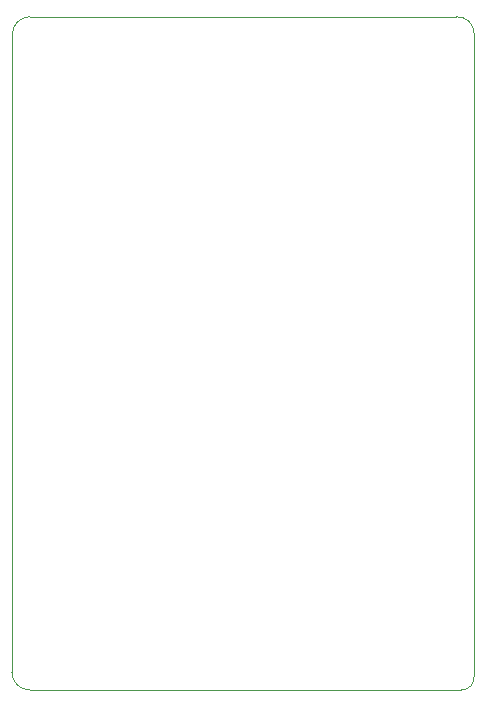
<source format=gbr>
%TF.GenerationSoftware,KiCad,Pcbnew,(6.0.2)*%
%TF.CreationDate,2022-08-13T11:44:49+02:00*%
%TF.ProjectId,HM2,484d322e-6b69-4636-9164-5f7063625858,rev?*%
%TF.SameCoordinates,Original*%
%TF.FileFunction,Profile,NP*%
%FSLAX46Y46*%
G04 Gerber Fmt 4.6, Leading zero omitted, Abs format (unit mm)*
G04 Created by KiCad (PCBNEW (6.0.2)) date 2022-08-13 11:44:49*
%MOMM*%
%LPD*%
G01*
G04 APERTURE LIST*
%TA.AperFunction,Profile*%
%ADD10C,0.038100*%
%TD*%
G04 APERTURE END LIST*
D10*
X115800000Y-91600000D02*
X151900000Y-91600000D01*
X114300000Y-93400000D02*
X114300000Y-93100000D01*
X114260660Y-147100000D02*
X114300000Y-93400000D01*
X153400000Y-147400000D02*
X153400000Y-93000000D01*
X115760660Y-148600000D02*
X152300000Y-148600000D01*
X114260660Y-147100000D02*
G75*
G03*
X115760660Y-148600000I1500001J1D01*
G01*
X152300000Y-148600000D02*
G75*
G03*
X153400000Y-147400000I50380J1057985D01*
G01*
X153399998Y-93000000D02*
G75*
G03*
X151900000Y-91600000I-1422859J-20921D01*
G01*
X115800000Y-91600000D02*
G75*
G03*
X114300000Y-93100000I0J-1500000D01*
G01*
M02*

</source>
